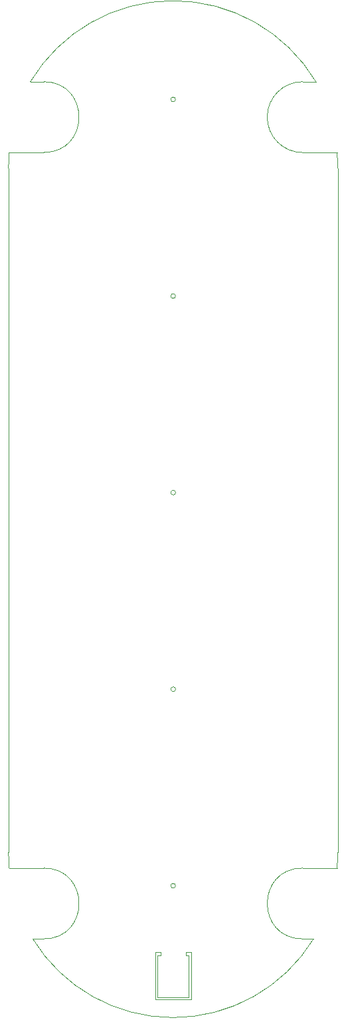
<source format=gbr>
%TF.GenerationSoftware,KiCad,Pcbnew,6.0.2+dfsg-1*%
%TF.CreationDate,2022-08-09T16:06:41+08:00*%
%TF.ProjectId,LightSwitch,4c696768-7453-4776-9974-63682e6b6963,rev?*%
%TF.SameCoordinates,Original*%
%TF.FileFunction,Profile,NP*%
%FSLAX46Y46*%
G04 Gerber Fmt 4.6, Leading zero omitted, Abs format (unit mm)*
G04 Created by KiCad (PCBNEW 6.0.2+dfsg-1) date 2022-08-09 16:06:41*
%MOMM*%
%LPD*%
G01*
G04 APERTURE LIST*
%TA.AperFunction,Profile*%
%ADD10C,0.050000*%
%TD*%
%TA.AperFunction,Profile*%
%ADD11C,0.100000*%
%TD*%
G04 APERTURE END LIST*
D10*
X139200000Y-30000000D02*
G75*
G03*
X102800000Y-30000000I-18200000J-10934625D01*
G01*
X104500000Y-39000000D02*
G75*
G03*
X104500000Y-30000000I-4237J4500000D01*
G01*
X137500000Y-39000000D02*
X141900000Y-39000000D01*
X104500000Y-139000000D02*
G75*
G03*
X104500000Y-130000000I0J4500000D01*
G01*
X137500000Y-30000000D02*
G75*
G03*
X137500000Y-39000000I-8008J-4500000D01*
G01*
X119000000Y-141100000D02*
X119000000Y-146400000D01*
X137500000Y-30000000D02*
X139200000Y-30000000D01*
X100000000Y-128000000D02*
X100000000Y-41000000D01*
X123000000Y-141100000D02*
X122600000Y-141100000D01*
X123300000Y-140700000D02*
X123300000Y-146700000D01*
X118700000Y-146700000D02*
X118700000Y-140700000D01*
X119000000Y-141100000D02*
X119400000Y-141100000D01*
X137500000Y-130000000D02*
G75*
G03*
X137500000Y-139000000I0J-4500000D01*
G01*
X104500000Y-39000000D02*
X100100000Y-39000000D01*
X100100000Y-39000000D02*
G75*
G03*
X100000000Y-41000000I14438121J-1724406D01*
G01*
X141900000Y-130000000D02*
G75*
G03*
X142000000Y-128000000I-19950324J2000016D01*
G01*
X142000000Y-128000000D02*
X142000000Y-41000000D01*
X137500000Y-130000000D02*
X141900000Y-130000000D01*
X122600000Y-140700000D02*
X123300000Y-140700000D01*
X123000000Y-146400000D02*
X123000000Y-141100000D01*
X103100000Y-139000000D02*
X104500000Y-139000000D01*
X119400000Y-141100000D02*
X119400000Y-140700000D01*
X118700000Y-140700000D02*
X119400000Y-140700000D01*
X142000000Y-41000000D02*
G75*
G03*
X141900000Y-39000000I-18008772J102061D01*
G01*
X122600000Y-141100000D02*
X122600000Y-140700000D01*
X119000000Y-146400000D02*
X123000000Y-146400000D01*
X100000000Y-128000000D02*
G75*
G03*
X100100001Y-130000000I22039402J99481D01*
G01*
X100100000Y-130000000D02*
X104500000Y-130000000D01*
X137500000Y-139000000D02*
X138900000Y-139000000D01*
X123300000Y-146700000D02*
X118700000Y-146700000D01*
X103100000Y-139000000D02*
G75*
G03*
X138900000Y-139000000I17900000J11003375D01*
G01*
X104500000Y-30000000D02*
X102800000Y-30000000D01*
D11*
%TO.C,SW1*%
X121300000Y-32250000D02*
G75*
G03*
X121300000Y-32250000I-300000J0D01*
G01*
%TO.C,SW3*%
X121300000Y-82250000D02*
G75*
G03*
X121300000Y-82250000I-300000J0D01*
G01*
%TO.C,SW5*%
X121300000Y-132250000D02*
G75*
G03*
X121300000Y-132250000I-300000J0D01*
G01*
%TO.C,SW4*%
X121300000Y-107250000D02*
G75*
G03*
X121300000Y-107250000I-300000J0D01*
G01*
%TO.C,SW2*%
X121300000Y-57250000D02*
G75*
G03*
X121300000Y-57250000I-300000J0D01*
G01*
%TD*%
M02*

</source>
